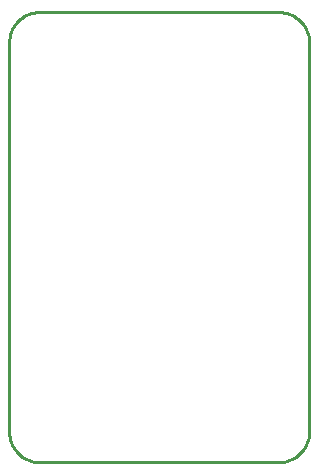
<source format=gbr>
G04 EAGLE Gerber RS-274X export*
G75*
%MOMM*%
%FSLAX34Y34*%
%LPD*%
%IN*%
%IPPOS*%
%AMOC8*
5,1,8,0,0,1.08239X$1,22.5*%
G01*
%ADD10C,0.254000*%


D10*
X0Y25400D02*
X97Y23186D01*
X386Y20989D01*
X865Y18826D01*
X1532Y16713D01*
X2380Y14666D01*
X3403Y12700D01*
X4594Y10831D01*
X5942Y9073D01*
X7440Y7440D01*
X9073Y5942D01*
X10831Y4594D01*
X12700Y3403D01*
X14666Y2380D01*
X16713Y1532D01*
X18826Y865D01*
X20989Y386D01*
X23186Y97D01*
X25400Y0D01*
X228600Y0D01*
X230814Y97D01*
X233011Y386D01*
X235174Y865D01*
X237287Y1532D01*
X239335Y2380D01*
X241300Y3403D01*
X243169Y4594D01*
X244927Y5942D01*
X246561Y7440D01*
X248058Y9073D01*
X249406Y10831D01*
X250597Y12700D01*
X251620Y14666D01*
X252468Y16713D01*
X253135Y18826D01*
X253614Y20989D01*
X253903Y23186D01*
X254000Y25400D01*
X254000Y355600D01*
X253903Y357814D01*
X253614Y360011D01*
X253135Y362174D01*
X252468Y364287D01*
X251620Y366335D01*
X250597Y368300D01*
X249406Y370169D01*
X248058Y371927D01*
X246561Y373561D01*
X244927Y375058D01*
X243169Y376406D01*
X241300Y377597D01*
X239335Y378620D01*
X237287Y379468D01*
X235174Y380135D01*
X233011Y380614D01*
X230814Y380903D01*
X228600Y381000D01*
X25400Y381000D01*
X23186Y380903D01*
X20989Y380614D01*
X18826Y380135D01*
X16713Y379468D01*
X14666Y378620D01*
X12700Y377597D01*
X10831Y376406D01*
X9073Y375058D01*
X7440Y373561D01*
X5942Y371927D01*
X4594Y370169D01*
X3403Y368300D01*
X2380Y366335D01*
X1532Y364287D01*
X865Y362174D01*
X386Y360011D01*
X97Y357814D01*
X0Y355600D01*
X0Y25400D01*
M02*

</source>
